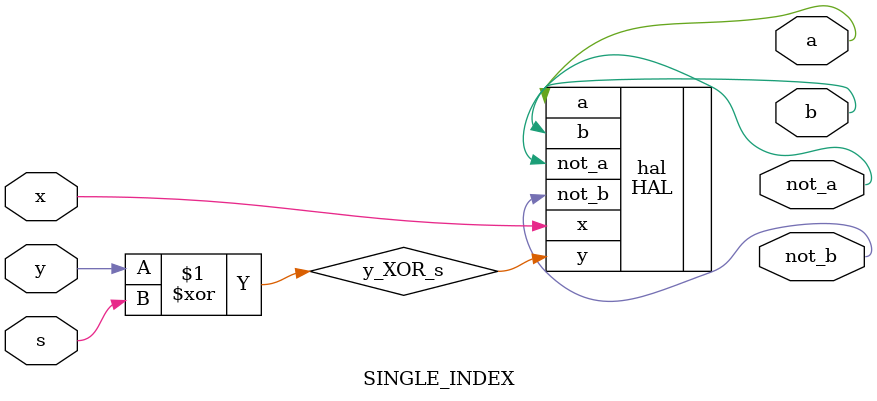
<source format=v>
`include "hal.v"

module SINGLE_INDEX (
    s, x, y,
    not_b, b,
    not_a, a
);
    input   s, x, y;
    output  not_b, b,
            not_a, a;

    wire y_XOR_s;
    assign y_XOR_s = y ^ s;

    HAL hal (
      .x(x),
      .y(y_XOR_s),
      .not_b(not_b),
      .b(b),
      .not_a(not_a),
      .a(a)
  );
     

endmodule
</source>
